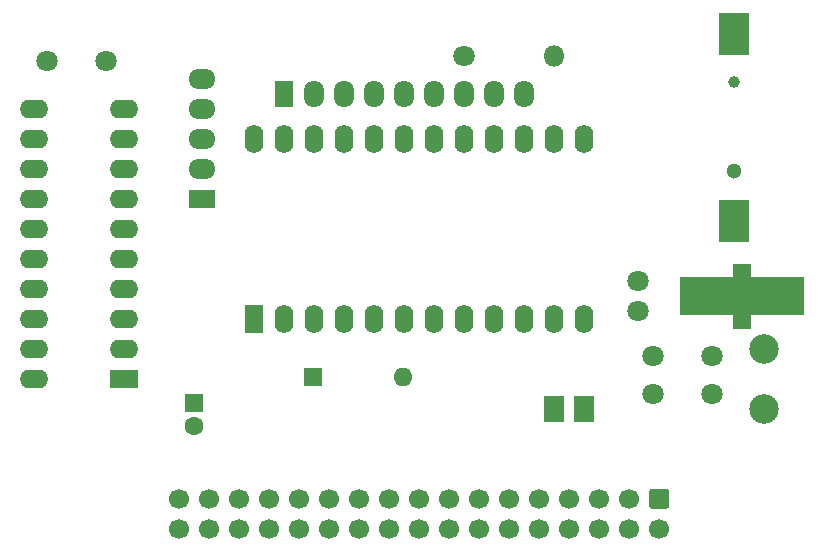
<source format=gts>
%TF.GenerationSoftware,KiCad,Pcbnew,(5.1.12)-1*%
%TF.CreationDate,2022-12-04T09:13:40+01:00*%
%TF.ProjectId,RTC,5254432e-6b69-4636-9164-5f7063625858,1.0*%
%TF.SameCoordinates,PX6d01460PY60e4b00*%
%TF.FileFunction,Soldermask,Top*%
%TF.FilePolarity,Negative*%
%FSLAX46Y46*%
G04 Gerber Fmt 4.6, Leading zero omitted, Abs format (unit mm)*
G04 Created by KiCad (PCBNEW (5.1.12)-1) date 2022-12-04 09:13:40*
%MOMM*%
%LPD*%
G01*
G04 APERTURE LIST*
%ADD10O,1.600000X1.600000*%
%ADD11R,1.600000X1.600000*%
%ADD12C,2.500000*%
%ADD13C,1.300000*%
%ADD14R,2.600000X3.540000*%
%ADD15C,1.000000*%
%ADD16R,2.600000X3.660000*%
%ADD17O,2.400000X1.600000*%
%ADD18R,2.400000X1.600000*%
%ADD19O,1.600000X2.400000*%
%ADD20R,1.600000X2.400000*%
%ADD21R,1.500000X1.500000*%
%ADD22R,10.500000X3.200000*%
%ADD23C,1.800000*%
%ADD24O,1.700000X2.300000*%
%ADD25R,1.600000X2.300000*%
%ADD26O,2.300000X1.700000*%
%ADD27R,2.300000X1.600000*%
%ADD28O,1.800000X1.800000*%
%ADD29R,1.700000X2.300000*%
%ADD30C,1.600000*%
%ADD31C,1.700000*%
G04 APERTURE END LIST*
D10*
%TO.C,D1*%
X36703000Y16002000D03*
D11*
X29083000Y16002000D03*
%TD*%
D12*
%TO.C,C5*%
X67310000Y13335000D03*
X67310000Y18415000D03*
%TD*%
D13*
%TO.C,BT1*%
X64770000Y33465000D03*
D14*
X64770000Y29235000D03*
D15*
X64770000Y40965000D03*
D16*
X64770000Y45035000D03*
%TD*%
D17*
%TO.C,U2*%
X5461000Y15875000D03*
X13081000Y38735000D03*
X5461000Y18415000D03*
X13081000Y36195000D03*
X5461000Y20955000D03*
X13081000Y33655000D03*
X5461000Y23495000D03*
X13081000Y31115000D03*
X5461000Y26035000D03*
X13081000Y28575000D03*
X5461000Y28575000D03*
X13081000Y26035000D03*
X5461000Y31115000D03*
X13081000Y23495000D03*
X5461000Y33655000D03*
X13081000Y20955000D03*
X5461000Y36195000D03*
X13081000Y18415000D03*
X5461000Y38735000D03*
D18*
X13081000Y15875000D03*
%TD*%
D19*
%TO.C,U1*%
X24130000Y36195000D03*
X52070000Y20955000D03*
X26670000Y36195000D03*
X49530000Y20955000D03*
X29210000Y36195000D03*
X46990000Y20955000D03*
X31750000Y36195000D03*
X44450000Y20955000D03*
X34290000Y36195000D03*
X41910000Y20955000D03*
X36830000Y36195000D03*
X39370000Y20955000D03*
X39370000Y36195000D03*
X36830000Y20955000D03*
X41910000Y36195000D03*
X34290000Y20955000D03*
X44450000Y36195000D03*
X31750000Y20955000D03*
X46990000Y36195000D03*
X29210000Y20955000D03*
X49530000Y36195000D03*
X26670000Y20955000D03*
X52070000Y36195000D03*
D20*
X24130000Y20955000D03*
%TD*%
D21*
%TO.C,Y1*%
X65405000Y24860000D03*
X65405000Y20860000D03*
D22*
X65405000Y22860000D03*
D23*
X56655000Y24130000D03*
X56655000Y21590000D03*
%TD*%
D24*
%TO.C,RN2*%
X46990000Y40005000D03*
X44450000Y40005000D03*
X41910000Y40005000D03*
X39370000Y40005000D03*
X36830000Y40005000D03*
X34290000Y40005000D03*
X31750000Y40005000D03*
X29210000Y40005000D03*
D25*
X26670000Y40005000D03*
%TD*%
D26*
%TO.C,RN1*%
X19685000Y41275000D03*
X19685000Y38735000D03*
X19685000Y36195000D03*
X19685000Y33655000D03*
D27*
X19685000Y31115000D03*
%TD*%
D28*
%TO.C,R1*%
X49530000Y43180000D03*
D23*
X41910000Y43180000D03*
%TD*%
D29*
%TO.C,JP1*%
X49530000Y13335000D03*
X52070000Y13335000D03*
%TD*%
D23*
%TO.C,C6*%
X57865000Y14605000D03*
X62865000Y14605000D03*
%TD*%
%TO.C,C3*%
X57865000Y17780000D03*
X62865000Y17780000D03*
%TD*%
%TO.C,C2*%
X6557000Y42799000D03*
X11557000Y42799000D03*
%TD*%
D30*
%TO.C,C1*%
X19050000Y11843000D03*
D11*
X19050000Y13843000D03*
%TD*%
D31*
%TO.C,J1*%
X17780000Y3175000D03*
X20320000Y3175000D03*
X22860000Y3175000D03*
X25400000Y3175000D03*
X27940000Y3175000D03*
X30480000Y3175000D03*
X33020000Y3175000D03*
X35560000Y3175000D03*
X38100000Y3175000D03*
X40640000Y3175000D03*
X43180000Y3175000D03*
X45720000Y3175000D03*
X48260000Y3175000D03*
X50800000Y3175000D03*
X53340000Y3175000D03*
X55880000Y3175000D03*
X58420000Y3175000D03*
X17780000Y5715000D03*
X20320000Y5715000D03*
X22860000Y5715000D03*
X25400000Y5715000D03*
X27940000Y5715000D03*
X30480000Y5715000D03*
X33020000Y5715000D03*
X35560000Y5715000D03*
X38100000Y5715000D03*
X40640000Y5715000D03*
X43180000Y5715000D03*
X45720000Y5715000D03*
X48260000Y5715000D03*
X50800000Y5715000D03*
X53340000Y5715000D03*
X55880000Y5715000D03*
G36*
G01*
X57820000Y6565000D02*
X59020000Y6565000D01*
G75*
G02*
X59270000Y6315000I0J-250000D01*
G01*
X59270000Y5115000D01*
G75*
G02*
X59020000Y4865000I-250000J0D01*
G01*
X57820000Y4865000D01*
G75*
G02*
X57570000Y5115000I0J250000D01*
G01*
X57570000Y6315000D01*
G75*
G02*
X57820000Y6565000I250000J0D01*
G01*
G37*
%TD*%
M02*

</source>
